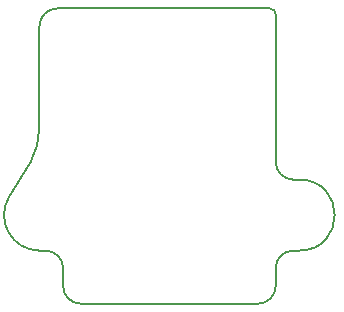
<source format=gbr>
G04 #@! TF.FileFunction,Profile,NP*
%FSLAX46Y46*%
G04 Gerber Fmt 4.6, Leading zero omitted, Abs format (unit mm)*
G04 Created by KiCad (PCBNEW 4.0.7-e2-6376~58~ubuntu16.04.1) date Mon Jan  7 01:20:49 2019*
%MOMM*%
%LPD*%
G01*
G04 APERTURE LIST*
%ADD10C,0.100000*%
%ADD11C,0.150000*%
G04 APERTURE END LIST*
D10*
D11*
X180000000Y-92000000D02*
G75*
G03X179500000Y-91500000I-500000J0D01*
G01*
X157427521Y-107456513D02*
X159223062Y-104581648D01*
X159223062Y-104581648D02*
G75*
G03X160000000Y-101500000I-5723062J3081648D01*
G01*
X180000000Y-104500000D02*
G75*
G03X181500000Y-106000000I1500000J0D01*
G01*
X161500000Y-91500000D02*
G75*
G03X160000000Y-93000000I0J-1500000D01*
G01*
X160000000Y-93000000D02*
X160000000Y-101500000D01*
X179500000Y-91500000D02*
X161500000Y-91500000D01*
X180000000Y-104500000D02*
X180000000Y-92000000D01*
X181500000Y-106000000D02*
X182000000Y-106000000D01*
X182000000Y-112000000D02*
X181500000Y-112000000D01*
X180000000Y-115000000D02*
X180000000Y-113500000D01*
X162000000Y-115000000D02*
X162000000Y-113500000D01*
X178500000Y-116500000D02*
X163500000Y-116500000D01*
X160000000Y-112000000D02*
X160500000Y-112000000D01*
X157427521Y-107456513D02*
G75*
G03X160000000Y-112000000I2572479J-1543487D01*
G01*
X162000000Y-113500000D02*
G75*
G03X160500000Y-112000000I-1500000J0D01*
G01*
X162000000Y-115000000D02*
G75*
G03X163500000Y-116500000I1500000J0D01*
G01*
X178500000Y-116500000D02*
G75*
G03X180000000Y-115000000I0J1500000D01*
G01*
X181500000Y-112000000D02*
G75*
G03X180000000Y-113500000I0J-1500000D01*
G01*
X182000000Y-112000000D02*
G75*
G03X182000000Y-106000000I0J3000000D01*
G01*
M02*

</source>
